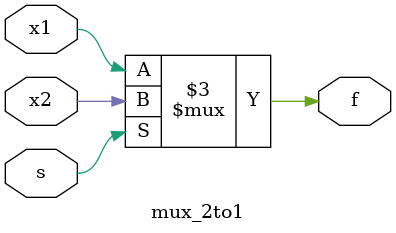
<source format=v>
module mux_2to1 (
    input x1, x2, s,
    output reg f
);

always @* begin
    f = s == 0 ? x1 : x2;
end

endmodule

</source>
